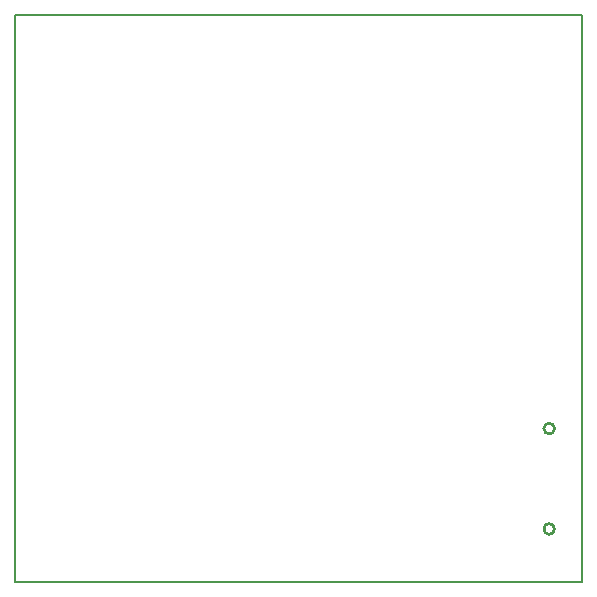
<source format=gm1>
%FSLAX25Y25*%
%MOIN*%
G70*
G01*
G75*
G04 Layer_Color=16711935*
%ADD10C,0.01500*%
%ADD11C,0.00800*%
%ADD12C,0.01000*%
%ADD13R,0.07874X0.07874*%
%ADD14O,0.01969X0.03543*%
%ADD15R,0.01969X0.03543*%
%ADD16O,0.01969X0.03543*%
%ADD17R,0.03937X0.05118*%
%ADD18R,0.02362X0.02362*%
%ADD19R,0.02756X0.03347*%
%ADD20R,0.02362X0.02362*%
%ADD21R,0.03347X0.02756*%
%ADD22R,0.07874X0.07874*%
%ADD23R,0.01181X0.01378*%
%ADD24R,0.00984X0.01378*%
%ADD25R,0.01181X0.01181*%
%ADD26R,0.03937X0.03150*%
%ADD27R,0.07874X0.06000*%
%ADD28R,0.07000X0.03150*%
%ADD29R,0.08268X0.02756*%
%ADD30R,0.04843X0.02559*%
%ADD31R,0.03347X0.01575*%
%ADD32R,0.11811X0.08661*%
%ADD33R,0.05906X0.03937*%
%ADD34R,0.03937X0.02362*%
%ADD35O,0.04724X0.00984*%
%ADD36O,0.00984X0.04724*%
%ADD37O,0.01772X0.04724*%
%ADD38O,0.04724X0.01772*%
%ADD39R,0.01772X0.04724*%
%ADD40R,0.06693X0.07874*%
%ADD41R,0.15748X0.09843*%
%ADD42R,0.07087X0.08661*%
%ADD43O,0.05906X0.09843*%
%ADD44R,0.05315X0.02559*%
%ADD45R,0.02362X0.03937*%
%ADD46R,0.02362X0.05906*%
%ADD47R,0.09843X0.01969*%
%ADD48R,0.03150X0.03937*%
%ADD49R,0.11811X0.09843*%
%ADD50O,0.02362X0.07087*%
%ADD51O,0.07087X0.02362*%
%ADD52C,0.02000*%
%ADD53C,0.03000*%
%ADD54C,0.04000*%
%ADD55C,0.00500*%
%ADD56C,0.00600*%
%ADD57R,0.13900X0.08300*%
%ADD58R,0.12600X0.12100*%
%ADD59R,0.08000X0.21700*%
%ADD60R,0.12900X0.12000*%
%ADD61R,0.20000X0.24300*%
%ADD62R,0.17900X0.23800*%
%ADD63R,0.03543X0.03937*%
%ADD64C,0.02000*%
%ADD65C,0.03000*%
%ADD66C,0.04000*%
%ADD67R,0.01969X0.07874*%
%ADD68R,0.08800X0.12000*%
%ADD69R,0.11500X0.17000*%
%ADD70R,0.03600X0.47300*%
%ADD71R,0.10500X0.02800*%
%ADD72R,0.03700X0.17600*%
%ADD73R,0.06000X0.01400*%
%ADD74R,0.10800X0.14700*%
%ADD75R,0.11600X0.20800*%
%ADD76R,0.12800X0.23400*%
%ADD77C,0.00300*%
%ADD78C,0.00493*%
%ADD79C,0.00787*%
%ADD80C,0.00400*%
%ADD81C,0.00591*%
%ADD82C,0.00700*%
%ADD83R,0.11811X0.01575*%
%ADD84R,0.02756X0.04724*%
%ADD85R,0.03543X0.01968*%
%ADD86C,0.01575*%
%ADD87R,0.08674X0.08674*%
%ADD88O,0.02769X0.04343*%
%ADD89R,0.02769X0.04343*%
%ADD90O,0.02769X0.04343*%
%ADD91R,0.04737X0.05918*%
%ADD92R,0.03162X0.03162*%
%ADD93R,0.03556X0.04147*%
%ADD94R,0.03162X0.03162*%
%ADD95R,0.04147X0.03556*%
%ADD96R,0.08674X0.08674*%
%ADD97R,0.01981X0.02178*%
%ADD98R,0.01784X0.02178*%
%ADD99R,0.01981X0.01981*%
%ADD100R,0.04737X0.03950*%
%ADD101R,0.08674X0.06800*%
%ADD102R,0.07800X0.03950*%
%ADD103R,0.09068X0.03556*%
%ADD104R,0.05643X0.03359*%
%ADD105R,0.04147X0.02375*%
%ADD106R,0.12611X0.09461*%
%ADD107R,0.06706X0.04737*%
%ADD108R,0.04737X0.03162*%
%ADD109O,0.05524X0.01784*%
%ADD110O,0.01784X0.05524*%
%ADD111O,0.02572X0.05524*%
%ADD112O,0.05524X0.02572*%
%ADD113R,0.02572X0.05524*%
%ADD114R,0.07493X0.08674*%
%ADD115R,0.16548X0.10642*%
%ADD116R,0.07887X0.09461*%
%ADD117O,0.06706X0.10642*%
%ADD118R,0.06115X0.03359*%
%ADD119R,0.03162X0.04737*%
%ADD120R,0.03162X0.06706*%
%ADD121R,0.10642X0.02769*%
%ADD122R,0.03950X0.04737*%
%ADD123R,0.12611X0.10642*%
%ADD124O,0.03162X0.07887*%
%ADD125O,0.07887X0.03162*%
%ADD126R,0.04343X0.04737*%
%ADD127R,0.16200X0.23300*%
%ADD128R,0.14400X0.23500*%
%ADD129R,0.02769X0.08674*%
%ADD130R,0.04700X0.02200*%
%ADD131R,0.04500X0.04000*%
D12*
X179853Y17691D02*
G03*
X179853Y17691I-1772J0D01*
G01*
Y51155D02*
G03*
X179853Y51155I-1772J0D01*
G01*
Y17691D02*
G03*
X179853Y17691I-1772J0D01*
G01*
Y51155D02*
G03*
X179853Y51155I-1772J0D01*
G01*
D55*
X0Y0D02*
Y188976D01*
Y0D02*
X188976D01*
Y188976D01*
X0D02*
X188976D01*
X0Y0D02*
Y188976D01*
Y0D02*
X188976D01*
Y188976D01*
X0D02*
X188976D01*
M02*

</source>
